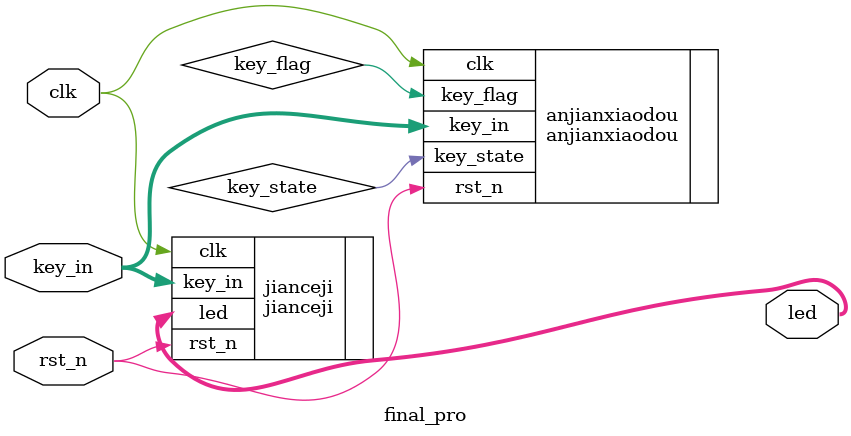
<source format=v>
`timescale 1ns / 1ps


module final_pro(
    clk,
    rst_n,
    key_in,
    led
    );
    
    input clk ;
    input rst_n ;
    input [1:0] key_in ;
    
    output [1:0] led ;
    
    
    wire key_flag ;
    wire key_state ;
    
    jianceji jianceji(
        .clk(clk),
        .rst_n(rst_n),
        .key_in(key_in),
        .led(led)
    );
    anjianxiaodou anjianxiaodou(
        .clk(clk),
        .rst_n(rst_n),
        .key_in(key_in),
        .key_flag(key_flag),
        .key_state(key_state)
    );
endmodule

</source>
